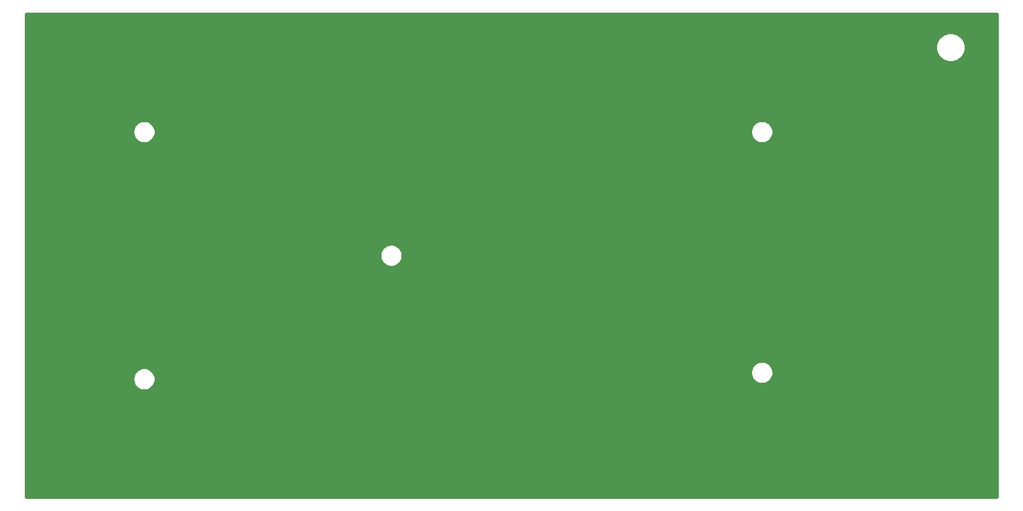
<source format=gtl>
G04 #@! TF.GenerationSoftware,KiCad,Pcbnew,(5.1.5)-3*
G04 #@! TF.CreationDate,2020-05-19T11:01:32+09:00*
G04 #@! TF.ProjectId,7x4x2-bot,37783478-322d-4626-9f74-2e6b69636164,rev?*
G04 #@! TF.SameCoordinates,PX2faf080PY2faf080*
G04 #@! TF.FileFunction,Copper,L1,Top*
G04 #@! TF.FilePolarity,Positive*
%FSLAX46Y46*%
G04 Gerber Fmt 4.6, Leading zero omitted, Abs format (unit mm)*
G04 Created by KiCad (PCBNEW (5.1.5)-3) date 2020-05-19 11:01:32*
%MOMM*%
%LPD*%
G04 APERTURE LIST*
%ADD10C,0.254000*%
G04 APERTURE END LIST*
D10*
G36*
X152456666Y-26574384D02*
G01*
X152510215Y-26590551D01*
X152559598Y-26616809D01*
X152602946Y-26652162D01*
X152638601Y-26695261D01*
X152665202Y-26744458D01*
X152681743Y-26797896D01*
X152691002Y-26885985D01*
X152691001Y-100820800D01*
X152682139Y-100911185D01*
X152665971Y-100964735D01*
X152639713Y-101014118D01*
X152604358Y-101057468D01*
X152561262Y-101093120D01*
X152512064Y-101119722D01*
X152458626Y-101136263D01*
X152370546Y-101145521D01*
X3435722Y-101145521D01*
X3345337Y-101136659D01*
X3291787Y-101120491D01*
X3242404Y-101094233D01*
X3199054Y-101058878D01*
X3163402Y-101015782D01*
X3136800Y-100966584D01*
X3120259Y-100913146D01*
X3111001Y-100825066D01*
X3111001Y-82689563D01*
X19716001Y-82689563D01*
X19716001Y-83021479D01*
X19780755Y-83347017D01*
X19907773Y-83653668D01*
X20092176Y-83929646D01*
X20326876Y-84164346D01*
X20602854Y-84348749D01*
X20909505Y-84475767D01*
X21235043Y-84540521D01*
X21566959Y-84540521D01*
X21892497Y-84475767D01*
X22199148Y-84348749D01*
X22475126Y-84164346D01*
X22709826Y-83929646D01*
X22894229Y-83653668D01*
X23021247Y-83347017D01*
X23086001Y-83021479D01*
X23086001Y-82689563D01*
X23021247Y-82364025D01*
X22894229Y-82057374D01*
X22709826Y-81781396D01*
X22617993Y-81689563D01*
X114716001Y-81689563D01*
X114716001Y-82021479D01*
X114780755Y-82347017D01*
X114907773Y-82653668D01*
X115092176Y-82929646D01*
X115326876Y-83164346D01*
X115602854Y-83348749D01*
X115909505Y-83475767D01*
X116235043Y-83540521D01*
X116566959Y-83540521D01*
X116892497Y-83475767D01*
X117199148Y-83348749D01*
X117475126Y-83164346D01*
X117709826Y-82929646D01*
X117894229Y-82653668D01*
X118021247Y-82347017D01*
X118086001Y-82021479D01*
X118086001Y-81689563D01*
X118021247Y-81364025D01*
X117894229Y-81057374D01*
X117709826Y-80781396D01*
X117475126Y-80546696D01*
X117199148Y-80362293D01*
X116892497Y-80235275D01*
X116566959Y-80170521D01*
X116235043Y-80170521D01*
X115909505Y-80235275D01*
X115602854Y-80362293D01*
X115326876Y-80546696D01*
X115092176Y-80781396D01*
X114907773Y-81057374D01*
X114780755Y-81364025D01*
X114716001Y-81689563D01*
X22617993Y-81689563D01*
X22475126Y-81546696D01*
X22199148Y-81362293D01*
X21892497Y-81235275D01*
X21566959Y-81170521D01*
X21235043Y-81170521D01*
X20909505Y-81235275D01*
X20602854Y-81362293D01*
X20326876Y-81546696D01*
X20092176Y-81781396D01*
X19907773Y-82057374D01*
X19780755Y-82364025D01*
X19716001Y-82689563D01*
X3111001Y-82689563D01*
X3111001Y-63689563D01*
X57716001Y-63689563D01*
X57716001Y-64021479D01*
X57780755Y-64347017D01*
X57907773Y-64653668D01*
X58092176Y-64929646D01*
X58326876Y-65164346D01*
X58602854Y-65348749D01*
X58909505Y-65475767D01*
X59235043Y-65540521D01*
X59566959Y-65540521D01*
X59892497Y-65475767D01*
X60199148Y-65348749D01*
X60475126Y-65164346D01*
X60709826Y-64929646D01*
X60894229Y-64653668D01*
X61021247Y-64347017D01*
X61086001Y-64021479D01*
X61086001Y-63689563D01*
X61021247Y-63364025D01*
X60894229Y-63057374D01*
X60709826Y-62781396D01*
X60475126Y-62546696D01*
X60199148Y-62362293D01*
X59892497Y-62235275D01*
X59566959Y-62170521D01*
X59235043Y-62170521D01*
X58909505Y-62235275D01*
X58602854Y-62362293D01*
X58326876Y-62546696D01*
X58092176Y-62781396D01*
X57907773Y-63057374D01*
X57780755Y-63364025D01*
X57716001Y-63689563D01*
X3111001Y-63689563D01*
X3111001Y-44689563D01*
X19716001Y-44689563D01*
X19716001Y-45021479D01*
X19780755Y-45347017D01*
X19907773Y-45653668D01*
X20092176Y-45929646D01*
X20326876Y-46164346D01*
X20602854Y-46348749D01*
X20909505Y-46475767D01*
X21235043Y-46540521D01*
X21566959Y-46540521D01*
X21892497Y-46475767D01*
X22199148Y-46348749D01*
X22475126Y-46164346D01*
X22709826Y-45929646D01*
X22894229Y-45653668D01*
X23021247Y-45347017D01*
X23086001Y-45021479D01*
X23086001Y-44689563D01*
X114716001Y-44689563D01*
X114716001Y-45021479D01*
X114780755Y-45347017D01*
X114907773Y-45653668D01*
X115092176Y-45929646D01*
X115326876Y-46164346D01*
X115602854Y-46348749D01*
X115909505Y-46475767D01*
X116235043Y-46540521D01*
X116566959Y-46540521D01*
X116892497Y-46475767D01*
X117199148Y-46348749D01*
X117475126Y-46164346D01*
X117709826Y-45929646D01*
X117894229Y-45653668D01*
X118021247Y-45347017D01*
X118086001Y-45021479D01*
X118086001Y-44689563D01*
X118021247Y-44364025D01*
X117894229Y-44057374D01*
X117709826Y-43781396D01*
X117475126Y-43546696D01*
X117199148Y-43362293D01*
X116892497Y-43235275D01*
X116566959Y-43170521D01*
X116235043Y-43170521D01*
X115909505Y-43235275D01*
X115602854Y-43362293D01*
X115326876Y-43546696D01*
X115092176Y-43781396D01*
X114907773Y-44057374D01*
X114780755Y-44364025D01*
X114716001Y-44689563D01*
X23086001Y-44689563D01*
X23021247Y-44364025D01*
X22894229Y-44057374D01*
X22709826Y-43781396D01*
X22475126Y-43546696D01*
X22199148Y-43362293D01*
X21892497Y-43235275D01*
X21566959Y-43170521D01*
X21235043Y-43170521D01*
X20909505Y-43235275D01*
X20602854Y-43362293D01*
X20326876Y-43546696D01*
X20092176Y-43781396D01*
X19907773Y-44057374D01*
X19780755Y-44364025D01*
X19716001Y-44689563D01*
X3111001Y-44689563D01*
X3111001Y-31636943D01*
X143181739Y-31636943D01*
X143181739Y-32074099D01*
X143267024Y-32502856D01*
X143434317Y-32906736D01*
X143677188Y-33270218D01*
X143986304Y-33579334D01*
X144349786Y-33822205D01*
X144753666Y-33989498D01*
X145182423Y-34074783D01*
X145619579Y-34074783D01*
X146048336Y-33989498D01*
X146452216Y-33822205D01*
X146815698Y-33579334D01*
X147124814Y-33270218D01*
X147367685Y-32906736D01*
X147534978Y-32502856D01*
X147620263Y-32074099D01*
X147620263Y-31636943D01*
X147534978Y-31208186D01*
X147367685Y-30804306D01*
X147124814Y-30440824D01*
X146815698Y-30131708D01*
X146452216Y-29888837D01*
X146048336Y-29721544D01*
X145619579Y-29636259D01*
X145182423Y-29636259D01*
X144753666Y-29721544D01*
X144349786Y-29888837D01*
X143986304Y-30131708D01*
X143677188Y-30440824D01*
X143434317Y-30804306D01*
X143267024Y-31208186D01*
X143181739Y-31636943D01*
X3111001Y-31636943D01*
X3111001Y-26890243D01*
X3119864Y-26799856D01*
X3136031Y-26746307D01*
X3162289Y-26696924D01*
X3197642Y-26653576D01*
X3240741Y-26617921D01*
X3289938Y-26591320D01*
X3343376Y-26574779D01*
X3431456Y-26565521D01*
X152366279Y-26565521D01*
X152456666Y-26574384D01*
G37*
X152456666Y-26574384D02*
X152510215Y-26590551D01*
X152559598Y-26616809D01*
X152602946Y-26652162D01*
X152638601Y-26695261D01*
X152665202Y-26744458D01*
X152681743Y-26797896D01*
X152691002Y-26885985D01*
X152691001Y-100820800D01*
X152682139Y-100911185D01*
X152665971Y-100964735D01*
X152639713Y-101014118D01*
X152604358Y-101057468D01*
X152561262Y-101093120D01*
X152512064Y-101119722D01*
X152458626Y-101136263D01*
X152370546Y-101145521D01*
X3435722Y-101145521D01*
X3345337Y-101136659D01*
X3291787Y-101120491D01*
X3242404Y-101094233D01*
X3199054Y-101058878D01*
X3163402Y-101015782D01*
X3136800Y-100966584D01*
X3120259Y-100913146D01*
X3111001Y-100825066D01*
X3111001Y-82689563D01*
X19716001Y-82689563D01*
X19716001Y-83021479D01*
X19780755Y-83347017D01*
X19907773Y-83653668D01*
X20092176Y-83929646D01*
X20326876Y-84164346D01*
X20602854Y-84348749D01*
X20909505Y-84475767D01*
X21235043Y-84540521D01*
X21566959Y-84540521D01*
X21892497Y-84475767D01*
X22199148Y-84348749D01*
X22475126Y-84164346D01*
X22709826Y-83929646D01*
X22894229Y-83653668D01*
X23021247Y-83347017D01*
X23086001Y-83021479D01*
X23086001Y-82689563D01*
X23021247Y-82364025D01*
X22894229Y-82057374D01*
X22709826Y-81781396D01*
X22617993Y-81689563D01*
X114716001Y-81689563D01*
X114716001Y-82021479D01*
X114780755Y-82347017D01*
X114907773Y-82653668D01*
X115092176Y-82929646D01*
X115326876Y-83164346D01*
X115602854Y-83348749D01*
X115909505Y-83475767D01*
X116235043Y-83540521D01*
X116566959Y-83540521D01*
X116892497Y-83475767D01*
X117199148Y-83348749D01*
X117475126Y-83164346D01*
X117709826Y-82929646D01*
X117894229Y-82653668D01*
X118021247Y-82347017D01*
X118086001Y-82021479D01*
X118086001Y-81689563D01*
X118021247Y-81364025D01*
X117894229Y-81057374D01*
X117709826Y-80781396D01*
X117475126Y-80546696D01*
X117199148Y-80362293D01*
X116892497Y-80235275D01*
X116566959Y-80170521D01*
X116235043Y-80170521D01*
X115909505Y-80235275D01*
X115602854Y-80362293D01*
X115326876Y-80546696D01*
X115092176Y-80781396D01*
X114907773Y-81057374D01*
X114780755Y-81364025D01*
X114716001Y-81689563D01*
X22617993Y-81689563D01*
X22475126Y-81546696D01*
X22199148Y-81362293D01*
X21892497Y-81235275D01*
X21566959Y-81170521D01*
X21235043Y-81170521D01*
X20909505Y-81235275D01*
X20602854Y-81362293D01*
X20326876Y-81546696D01*
X20092176Y-81781396D01*
X19907773Y-82057374D01*
X19780755Y-82364025D01*
X19716001Y-82689563D01*
X3111001Y-82689563D01*
X3111001Y-63689563D01*
X57716001Y-63689563D01*
X57716001Y-64021479D01*
X57780755Y-64347017D01*
X57907773Y-64653668D01*
X58092176Y-64929646D01*
X58326876Y-65164346D01*
X58602854Y-65348749D01*
X58909505Y-65475767D01*
X59235043Y-65540521D01*
X59566959Y-65540521D01*
X59892497Y-65475767D01*
X60199148Y-65348749D01*
X60475126Y-65164346D01*
X60709826Y-64929646D01*
X60894229Y-64653668D01*
X61021247Y-64347017D01*
X61086001Y-64021479D01*
X61086001Y-63689563D01*
X61021247Y-63364025D01*
X60894229Y-63057374D01*
X60709826Y-62781396D01*
X60475126Y-62546696D01*
X60199148Y-62362293D01*
X59892497Y-62235275D01*
X59566959Y-62170521D01*
X59235043Y-62170521D01*
X58909505Y-62235275D01*
X58602854Y-62362293D01*
X58326876Y-62546696D01*
X58092176Y-62781396D01*
X57907773Y-63057374D01*
X57780755Y-63364025D01*
X57716001Y-63689563D01*
X3111001Y-63689563D01*
X3111001Y-44689563D01*
X19716001Y-44689563D01*
X19716001Y-45021479D01*
X19780755Y-45347017D01*
X19907773Y-45653668D01*
X20092176Y-45929646D01*
X20326876Y-46164346D01*
X20602854Y-46348749D01*
X20909505Y-46475767D01*
X21235043Y-46540521D01*
X21566959Y-46540521D01*
X21892497Y-46475767D01*
X22199148Y-46348749D01*
X22475126Y-46164346D01*
X22709826Y-45929646D01*
X22894229Y-45653668D01*
X23021247Y-45347017D01*
X23086001Y-45021479D01*
X23086001Y-44689563D01*
X114716001Y-44689563D01*
X114716001Y-45021479D01*
X114780755Y-45347017D01*
X114907773Y-45653668D01*
X115092176Y-45929646D01*
X115326876Y-46164346D01*
X115602854Y-46348749D01*
X115909505Y-46475767D01*
X116235043Y-46540521D01*
X116566959Y-46540521D01*
X116892497Y-46475767D01*
X117199148Y-46348749D01*
X117475126Y-46164346D01*
X117709826Y-45929646D01*
X117894229Y-45653668D01*
X118021247Y-45347017D01*
X118086001Y-45021479D01*
X118086001Y-44689563D01*
X118021247Y-44364025D01*
X117894229Y-44057374D01*
X117709826Y-43781396D01*
X117475126Y-43546696D01*
X117199148Y-43362293D01*
X116892497Y-43235275D01*
X116566959Y-43170521D01*
X116235043Y-43170521D01*
X115909505Y-43235275D01*
X115602854Y-43362293D01*
X115326876Y-43546696D01*
X115092176Y-43781396D01*
X114907773Y-44057374D01*
X114780755Y-44364025D01*
X114716001Y-44689563D01*
X23086001Y-44689563D01*
X23021247Y-44364025D01*
X22894229Y-44057374D01*
X22709826Y-43781396D01*
X22475126Y-43546696D01*
X22199148Y-43362293D01*
X21892497Y-43235275D01*
X21566959Y-43170521D01*
X21235043Y-43170521D01*
X20909505Y-43235275D01*
X20602854Y-43362293D01*
X20326876Y-43546696D01*
X20092176Y-43781396D01*
X19907773Y-44057374D01*
X19780755Y-44364025D01*
X19716001Y-44689563D01*
X3111001Y-44689563D01*
X3111001Y-31636943D01*
X143181739Y-31636943D01*
X143181739Y-32074099D01*
X143267024Y-32502856D01*
X143434317Y-32906736D01*
X143677188Y-33270218D01*
X143986304Y-33579334D01*
X144349786Y-33822205D01*
X144753666Y-33989498D01*
X145182423Y-34074783D01*
X145619579Y-34074783D01*
X146048336Y-33989498D01*
X146452216Y-33822205D01*
X146815698Y-33579334D01*
X147124814Y-33270218D01*
X147367685Y-32906736D01*
X147534978Y-32502856D01*
X147620263Y-32074099D01*
X147620263Y-31636943D01*
X147534978Y-31208186D01*
X147367685Y-30804306D01*
X147124814Y-30440824D01*
X146815698Y-30131708D01*
X146452216Y-29888837D01*
X146048336Y-29721544D01*
X145619579Y-29636259D01*
X145182423Y-29636259D01*
X144753666Y-29721544D01*
X144349786Y-29888837D01*
X143986304Y-30131708D01*
X143677188Y-30440824D01*
X143434317Y-30804306D01*
X143267024Y-31208186D01*
X143181739Y-31636943D01*
X3111001Y-31636943D01*
X3111001Y-26890243D01*
X3119864Y-26799856D01*
X3136031Y-26746307D01*
X3162289Y-26696924D01*
X3197642Y-26653576D01*
X3240741Y-26617921D01*
X3289938Y-26591320D01*
X3343376Y-26574779D01*
X3431456Y-26565521D01*
X152366279Y-26565521D01*
X152456666Y-26574384D01*
M02*

</source>
